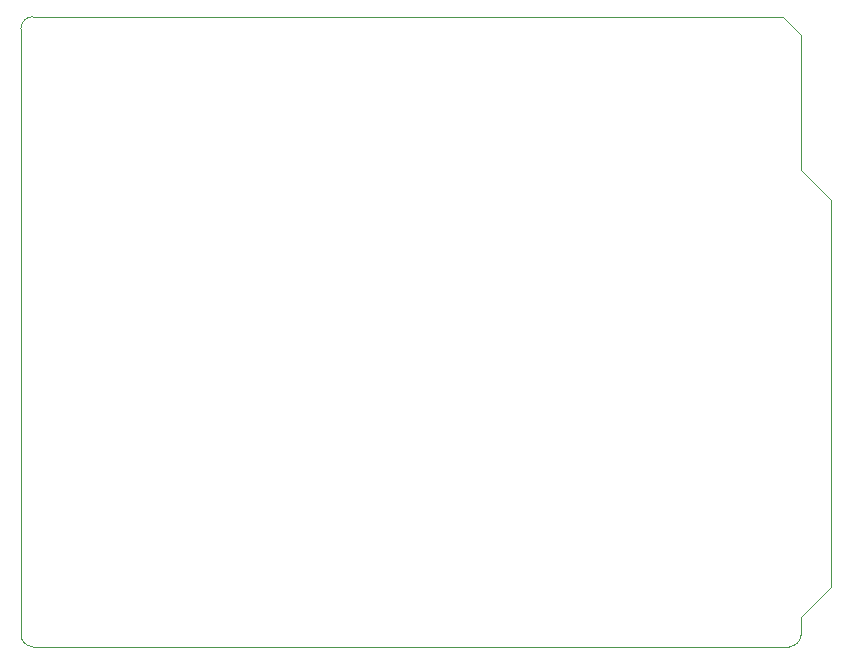
<source format=gm1>
%TF.GenerationSoftware,KiCad,Pcbnew,9.0.6*%
%TF.CreationDate,2025-11-05T04:43:16-08:00*%
%TF.ProjectId,D1R32InterfaceShield,44315233-3249-46e7-9465-726661636553,1.0*%
%TF.SameCoordinates,Original*%
%TF.FileFunction,Profile,NP*%
%FSLAX46Y46*%
G04 Gerber Fmt 4.6, Leading zero omitted, Abs format (unit mm)*
G04 Created by KiCad (PCBNEW 9.0.6) date 2025-11-05 04:43:16*
%MOMM*%
%LPD*%
G01*
G04 APERTURE LIST*
%TA.AperFunction,Profile*%
%ADD10C,0.100000*%
%TD*%
G04 APERTURE END LIST*
D10*
X186056000Y-76930000D02*
X187580000Y-78454000D01*
X187580000Y-89884000D02*
X190120000Y-92424000D01*
X187580000Y-129254000D02*
G75*
G02*
X186564000Y-130270000I-1016000J0D01*
G01*
X190120000Y-92424000D02*
X190120000Y-125190000D01*
X186564000Y-130270000D02*
X122556000Y-130270000D01*
X190120000Y-125190000D02*
X187580000Y-127730000D01*
X187580000Y-78454000D02*
X187580000Y-89884000D01*
X121540000Y-77946000D02*
G75*
G02*
X122556000Y-76930000I1016000J0D01*
G01*
X187580000Y-127730000D02*
X187580000Y-129254000D01*
X122556000Y-130270000D02*
G75*
G02*
X121543992Y-129254000I4000J1016000D01*
G01*
X122556000Y-76930000D02*
X186056000Y-76930000D01*
X121540000Y-129254000D02*
X121540000Y-77946000D01*
M02*

</source>
